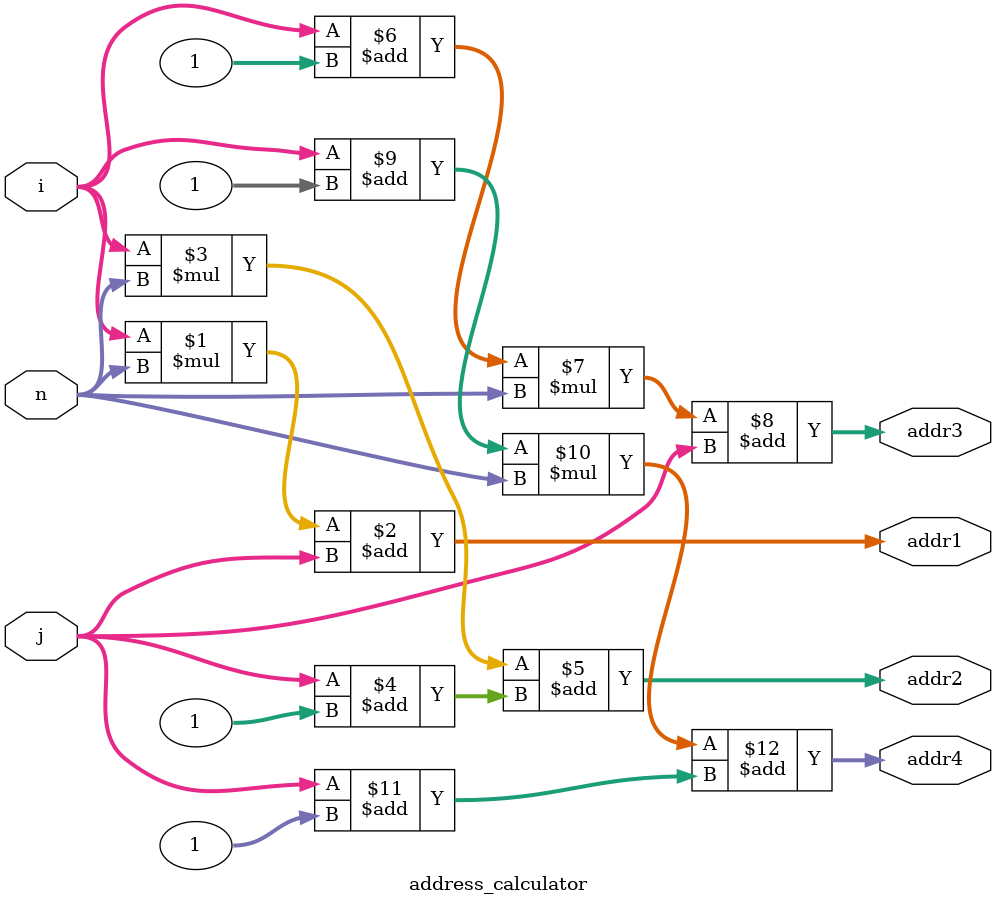
<source format=sv>
module address_calculator(i, j, n, addr1, addr2, addr3, addr4);

	input logic [31:0] i, j, n;
	output logic [31:0] addr1, addr2, addr3, addr4;
	
	assign addr1 = i*n + j;
	assign addr2 = i*n + (j+1);
	assign addr3 = (i+1)*n + j;
	assign addr4 = (i+1)*n + (j+1);
	

endmodule

</source>
